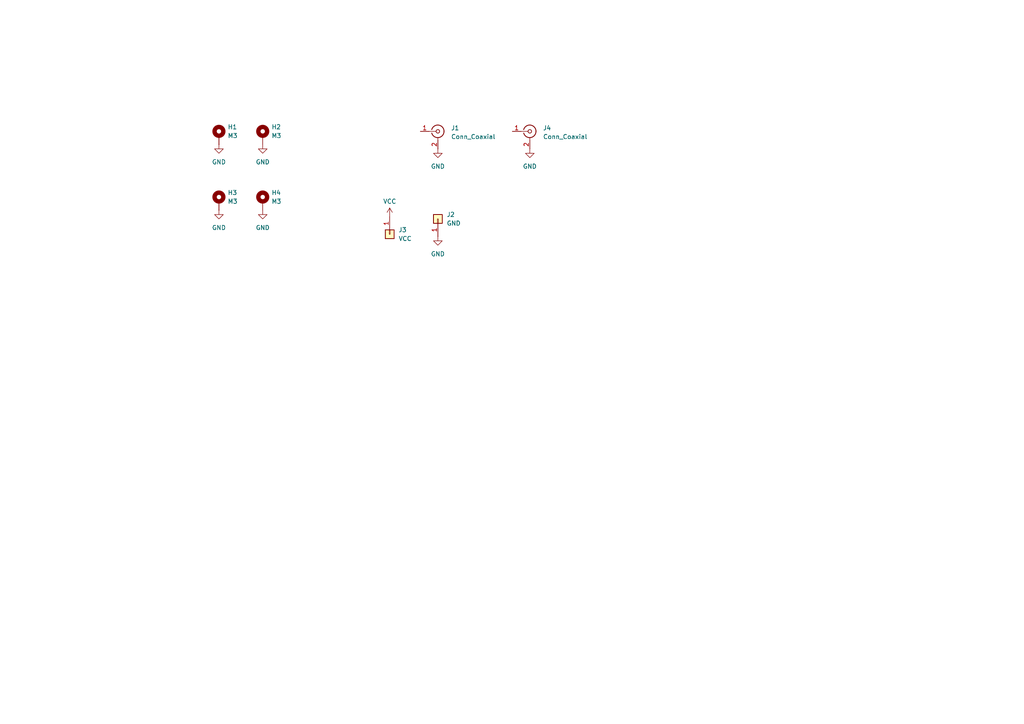
<source format=kicad_sch>
(kicad_sch (version 20231120) (generator "eeschema") (generator_version "8.0")
  (paper "A4")
  (lib_symbols
    (symbol "Connector:Conn_Coaxial" (pin_names (offset 1.016) hide)
      (property "Reference" "J" (at 0.254 3.048 0))
      (property "Value" "Conn_Coaxial" (at 2.921 0 90))
      (symbol "Conn_Coaxial_0_1"
        (arc (start -1.778 -0.508) (mid 0.2311 -1.8066) (end 1.778 0) (stroke (width 0.254)))
        (polyline (pts (xy -2.54 0) (xy -0.508 0)))
        (polyline (pts (xy 0 -2.54) (xy 0 -1.778)))
        (circle (center 0 0) (radius 0.508) (stroke (width 0.2032)))
        (arc (start 1.778 0) (mid 0.2099 1.8101) (end -1.778 0.508) (stroke (width 0.254)))
      )
      (symbol "Conn_Coaxial_1_1"
        (pin passive line (at -5.08 0 0) (length 2.54) (name "In") (number "1"))
        (pin passive line (at 0 -5.08 90) (length 2.54) (name "Ext") (number "2"))
      )
    )
    (symbol "Connector_Generic:Conn_01x01" (pin_names (offset 1.016) hide)
      (property "Reference" "J" (at 0 2.54 0))
      (property "Value" "Conn_01x01" (at 0 -2.54 0))
      (symbol "Conn_01x01_1_1"
        (rectangle (start -1.27 0.127) (end 0 -0.127) (stroke (width 0.1524)))
        (rectangle (start -1.27 1.27) (end 1.27 -1.27) (stroke (width 0.254)) (fill (type background)))
        (pin passive line (at -5.08 0 0) (length 3.81) (name "Pin_1") (number "1"))
      )
    )
    (symbol "Mechanical:MountingHole_Pad" (pin_numbers hide) (pin_names (offset 1.016) hide) (exclude_from_sim yes) (in_bom no)
      (property "Reference" "H" (at 0 6.35 0))
      (property "Value" "MountingHole_Pad" (at 0 4.445 0))
      (symbol "MountingHole_Pad_0_1"
        (circle (center 0 1.27) (radius 1.27) (stroke (width 1.27)))
      )
      (symbol "MountingHole_Pad_1_1"
        (pin input line (at 0 -2.54 90) (length 2.54) (name "1") (number "1"))
      )
    )
    (symbol "power:GND" (power) (pin_numbers hide) (pin_names (offset 0) hide)
      (property "Value" "GND" (at 0 -3.81 0))
      (symbol "GND_0_1"
        (polyline (pts (xy 0 0) (xy 0 -1.27) (xy 1.27 -1.27) (xy 0 -2.54) (xy -1.27 -1.27) (xy 0 -1.27)))
      )
      (symbol "GND_1_1"
        (pin power_in line (at 0 0 270) (length 0) (name "~") (number "1"))
      )
    )
    (symbol "power:VCC" (power) (pin_numbers hide) (pin_names (offset 0) hide)
      (property "Value" "VCC" (at 0 3.556 0))
      (symbol "VCC_0_1"
        (polyline (pts (xy -0.762 1.27) (xy 0 2.54)))
        (polyline (pts (xy 0 0) (xy 0 2.54)))
        (polyline (pts (xy 0 2.54) (xy 0.762 1.27)))
      )
      (symbol "VCC_1_1"
        (pin power_in line (at 0 0 90) (length 0) (name "~") (number "1"))
      )
    )
  )
  (symbol (lib_id "power:GND") (at 63.5 41.91 0) (unit 1)
    (property "Reference" "#PWR01" (effects (hide yes)))
    (property "Value" "GND" (at 63.5 46.99 0))
    (property "Description" "Power symbol creates a global label with name \"GND\" , ground" (effects (hide yes)))
  )
  (symbol (lib_id "power:GND") (at 127 68.58 0) (unit 1)
    (property "Reference" "#PWR06" (effects (hide yes)))
    (property "Value" "GND" (at 127 73.66 0))
    (property "Description" "Power symbol creates a global label with name \"GND\" , ground" (effects (hide yes)))
  )
  (symbol (lib_id "Mechanical:MountingHole_Pad") (at 76.2 58.42 0) (unit 1) (exclude_from_sim yes) (in_bom no)
    (property "Reference" "H4" (at 78.74 55.8799 0) (effects (justify left)))
    (property "Value" "M3" (at 78.74 58.4199 0) (effects (justify left)))
    (property "Footprint" "MountingHole:MountingHole_3.2mm_M3_Pad" (effects (hide yes)))
    (property "Description" "Mounting Hole with connection" (effects (hide yes)))
  )
  (symbol (lib_id "power:GND") (at 127 43.18 0) (unit 1)
    (property "Reference" "#PWR05" (effects (hide yes)))
    (property "Value" "GND" (at 127 48.26 0))
    (property "Description" "Power symbol creates a global label with name \"GND\" , ground" (effects (hide yes)))
  )
  (symbol (lib_id "power:GND") (at 153.67 43.18 0) (unit 1)
    (property "Reference" "#PWR08" (effects (hide yes)))
    (property "Value" "GND" (at 153.67 48.26 0))
    (property "Description" "Power symbol creates a global label with name \"GND\" , ground" (effects (hide yes)))
  )
  (symbol (lib_id "Mechanical:MountingHole_Pad") (at 76.2 39.37 0) (unit 1) (exclude_from_sim yes) (in_bom no)
    (property "Reference" "H2" (at 78.74 36.8299 0) (effects (justify left)))
    (property "Value" "M3" (at 78.74 39.3699 0) (effects (justify left)))
    (property "Footprint" "MountingHole:MountingHole_3.2mm_M3_Pad" (effects (hide yes)))
    (property "Description" "Mounting Hole with connection" (effects (hide yes)))
  )
  (symbol (lib_id "power:GND") (at 63.5 60.96 0) (unit 1)
    (property "Reference" "#PWR03" (effects (hide yes)))
    (property "Value" "GND" (at 63.5 66.04 0))
    (property "Description" "Power symbol creates a global label with name \"GND\" , ground" (effects (hide yes)))
  )
  (symbol (lib_id "Mechanical:MountingHole_Pad") (at 63.5 39.37 0) (unit 1) (exclude_from_sim yes) (in_bom no)
    (property "Reference" "H1" (at 66.04 36.8299 0) (effects (justify left)))
    (property "Value" "M3" (at 66.04 39.3699 0) (effects (justify left)))
    (property "Footprint" "MountingHole:MountingHole_3.2mm_M3_Pad" (effects (hide yes)))
    (property "Description" "Mounting Hole with connection" (effects (hide yes)))
  )
  (symbol (lib_id "Mechanical:MountingHole_Pad") (at 63.5 58.42 0) (unit 1) (exclude_from_sim yes) (in_bom no)
    (property "Reference" "H3" (at 66.04 55.8799 0) (effects (justify left)))
    (property "Value" "M3" (at 66.04 58.4199 0) (effects (justify left)))
    (property "Footprint" "MountingHole:MountingHole_3.2mm_M3_Pad" (effects (hide yes)))
    (property "Description" "Mounting Hole with connection" (effects (hide yes)))
  )
  (symbol (lib_id "Connector:Conn_Coaxial") (at 153.67 38.1 0) (unit 1)
    (property "Reference" "J4" (at 157.48 37.1231 0) (effects (justify left)))
    (property "Value" "Conn_Coaxial" (at 157.48 39.6631 0) (effects (justify left)))
    (property "Footprint" "Libraries:Conn_BNC_or_SMA_Vertical" (effects (hide yes)))
    (property "Description" "coaxial connector (BNC, SMA, SMB, SMC, Cinch/RCA, LEMO, ...)" (effects (hide yes)))
  )
  (symbol (lib_id "power:GND") (at 76.2 41.91 0) (unit 1)
    (property "Reference" "#PWR02" (effects (hide yes)))
    (property "Value" "GND" (at 76.2 46.99 0))
    (property "Description" "Power symbol creates a global label with name \"GND\" , ground" (effects (hide yes)))
  )
  (symbol (lib_id "power:VCC") (at 113.03 62.865 0) (unit 1)
    (property "Reference" "#PWR07" (effects (hide yes)))
    (property "Value" "VCC" (at 113.03 58.42 0))
    (property "Description" "Power symbol creates a global label with name \"VCC\"" (effects (hide yes)))
  )
  (symbol (lib_id "Connector_Generic:Conn_01x01") (at 113.03 67.945 270) (unit 1)
    (property "Reference" "J3" (at 115.57 66.6749 90) (effects (justify left)))
    (property "Value" "VCC" (at 115.57 69.2149 90) (effects (justify left)))
    (property "Footprint" "TestPoint:TestPoint_THTPad_D1.5mm_Drill0.7mm" (effects (hide yes)))
    (property "Description" "Generic connector, single row, 01x01, script generated (kicad-library-utils/schlib/autogen/connector/)" (effects (hide yes)))
  )
  (symbol (lib_id "power:GND") (at 76.2 60.96 0) (unit 1)
    (property "Reference" "#PWR04" (effects (hide yes)))
    (property "Value" "GND" (at 76.2 66.04 0))
    (property "Description" "Power symbol creates a global label with name \"GND\" , ground" (effects (hide yes)))
  )
  (symbol (lib_id "Connector:Conn_Coaxial") (at 127 38.1 0) (unit 1)
    (property "Reference" "J1" (at 130.81 37.1231 0) (effects (justify left)))
    (property "Value" "Conn_Coaxial" (at 130.81 39.6631 0) (effects (justify left)))
    (property "Footprint" "Libraries:Conn_BNC_or_SMA_Vertical" (effects (hide yes)))
    (property "Description" "coaxial connector (BNC, SMA, SMB, SMC, Cinch/RCA, LEMO, ...)" (effects (hide yes)))
  )
  (symbol (lib_id "Connector_Generic:Conn_01x01") (at 127 63.5 90) (unit 1)
    (property "Reference" "J2" (at 129.54 62.2299 90) (effects (justify right)))
    (property "Value" "GND" (at 129.54 64.7699 90) (effects (justify right)))
    (property "Footprint" "TestPoint:TestPoint_THTPad_D1.5mm_Drill0.7mm" (effects (hide yes)))
    (property "Description" "Generic connector, single row, 01x01, script generated (kicad-library-utils/schlib/autogen/connector/)" (effects (hide yes)))
  )
)
</source>
